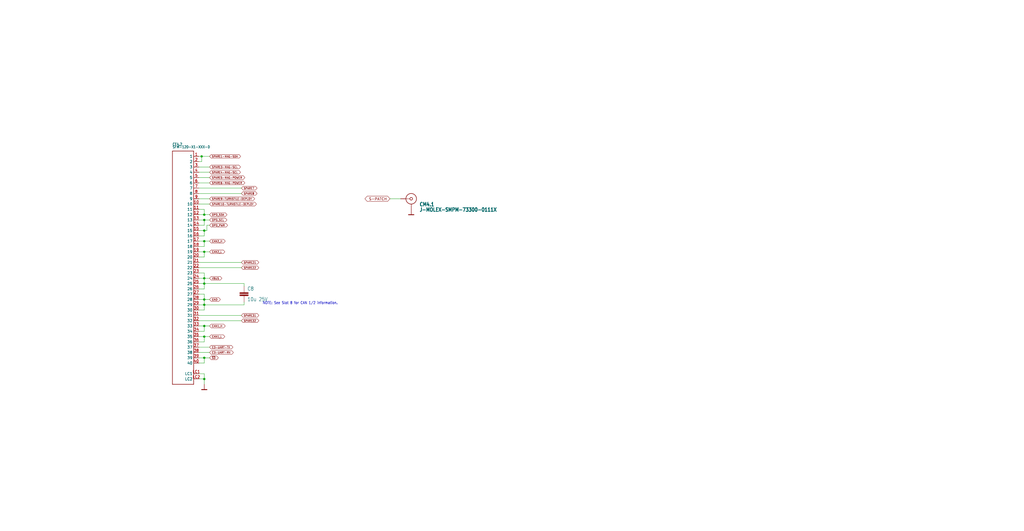
<source format=kicad_sch>
(kicad_sch (version 20211123) (generator eeschema)
  (paper "User" 490.22 254.406)
  (lib_symbols
    (symbol "J-MOLEX-SMPM-73300-0111X:J-MOLEX-SMPM-73300-0111X_1"
      (property "Reference" "CM2.2" (at 3.81 -3.81 0))
      (property "Value" "J-MOLEX-SMPM-73300-0111X_1" (at 3.81 -6.35 0))
      (symbol "J-MOLEX-SMPM-73300-0111X_1_1_0"
        (polyline (pts (xy -2.54 0) (xy -0.635 0)) (stroke (width 0.1524)))
        (circle (center 0 0) (radius 0.635) (stroke (width 0.254)))
        (circle (center 0 0) (radius 2.54) (stroke (width 0.254)))
        (pin passive line (at 0 -5.08 90) (length 2.54) (name "SHIELD1") (number "GND"))
        (pin passive line (at -5.08 0 0) (length 2.54) (name "RF") (number "RF-DOWN"))
      )
    )
    (symbol "oresat0-1u-backplane-eagle-import:C-EU1206-B"
      (property "Reference" "C" (at 1.524 0.381 0))
      (property "Value" "C-EU1206-B" (at 1.524 -4.699 0))
      (symbol "C-EU1206-B_1_0"
        (rectangle (start -2.032 -2.032) (end 2.032 -1.524) (fill (type outline)))
        (rectangle (start -2.032 -1.016) (end 2.032 -0.508) (fill (type outline)))
        (polyline (pts (xy 0 -2.54) (xy 0 -2.032)) (stroke (width 0.1524)))
        (polyline (pts (xy 0 0) (xy 0 -0.508)) (stroke (width 0.1524)))
        (pin passive line (at 0 2.54 270) (length 2.54) (name "1") (number "1"))
        (pin passive line (at 0 -5.08 90) (length 2.54) (name "2") (number "2"))
      )
    )
    (symbol "oresat0-1u-backplane-eagle-import:GND" (power)
      (symbol "GND_1_0"
        (polyline (pts (xy -1.27 -2.54) (xy 1.27 -2.54)) (stroke (width 0.4064)))
        (pin power_in line (at 0 0 270) (length 2.54) (name "GND") (number "1"))
      )
    )
    (symbol "oresat0-1u-backplane-eagle-import:SFM-120-X1-XXX-D"
      (property "Reference" "J" (at -2.54 50.8 0))
      (property "Value" "SFM-120-X1-XXX-D" (at -2.54 49.53 0))
      (symbol "SFM-120-X1-XXX-D_1_0"
        (polyline (pts (xy -2.54 -63.5) (xy -2.54 48.26)) (stroke (width 0.254)))
        (polyline (pts (xy -2.54 48.26) (xy 7.62 48.26)) (stroke (width 0.254)))
        (polyline (pts (xy 7.62 -63.5) (xy -2.54 -63.5)) (stroke (width 0.254)))
        (polyline (pts (xy 7.62 48.26) (xy 7.62 -63.5)) (stroke (width 0.254)))
        (pin passive line (at 10.16 45.72 180) (length 2.54) (name "1") (number "1"))
        (pin passive line (at 10.16 22.86 180) (length 2.54) (name "10") (number "10"))
        (pin passive line (at 10.16 20.32 180) (length 2.54) (name "11") (number "11"))
        (pin passive line (at 10.16 17.78 180) (length 2.54) (name "12") (number "12"))
        (pin passive line (at 10.16 15.24 180) (length 2.54) (name "13") (number "13"))
        (pin passive line (at 10.16 12.7 180) (length 2.54) (name "14") (number "14"))
        (pin passive line (at 10.16 10.16 180) (length 2.54) (name "15") (number "15"))
        (pin passive line (at 10.16 7.62 180) (length 2.54) (name "16") (number "16"))
        (pin passive line (at 10.16 5.08 180) (length 2.54) (name "17") (number "17"))
        (pin passive line (at 10.16 2.54 180) (length 2.54) (name "18") (number "18"))
        (pin passive line (at 10.16 0 180) (length 2.54) (name "19") (number "19"))
        (pin passive line (at 10.16 43.18 180) (length 2.54) (name "2") (number "2"))
        (pin passive line (at 10.16 -2.54 180) (length 2.54) (name "20") (number "20"))
        (pin passive line (at 10.16 -5.08 180) (length 2.54) (name "21") (number "21"))
        (pin passive line (at 10.16 -7.62 180) (length 2.54) (name "22") (number "22"))
        (pin passive line (at 10.16 -10.16 180) (length 2.54) (name "23") (number "23"))
        (pin passive line (at 10.16 -12.7 180) (length 2.54) (name "24") (number "24"))
        (pin passive line (at 10.16 -15.24 180) (length 2.54) (name "25") (number "25"))
        (pin passive line (at 10.16 -17.78 180) (length 2.54) (name "26") (number "26"))
        (pin passive line (at 10.16 -20.32 180) (length 2.54) (name "27") (number "27"))
        (pin passive line (at 10.16 -22.86 180) (length 2.54) (name "28") (number "28"))
        (pin passive line (at 10.16 -25.4 180) (length 2.54) (name "29") (number "29"))
        (pin passive line (at 10.16 40.64 180) (length 2.54) (name "3") (number "3"))
        (pin passive line (at 10.16 -27.94 180) (length 2.54) (name "30") (number "30"))
        (pin passive line (at 10.16 -30.48 180) (length 2.54) (name "31") (number "31"))
        (pin passive line (at 10.16 -33.02 180) (length 2.54) (name "32") (number "32"))
        (pin passive line (at 10.16 -35.56 180) (length 2.54) (name "33") (number "33"))
        (pin passive line (at 10.16 -38.1 180) (length 2.54) (name "34") (number "34"))
        (pin passive line (at 10.16 -40.64 180) (length 2.54) (name "35") (number "35"))
        (pin passive line (at 10.16 -43.18 180) (length 2.54) (name "36") (number "36"))
        (pin passive line (at 10.16 -45.72 180) (length 2.54) (name "37") (number "37"))
        (pin passive line (at 10.16 -48.26 180) (length 2.54) (name "38") (number "38"))
        (pin passive line (at 10.16 -50.8 180) (length 2.54) (name "39") (number "39"))
        (pin passive line (at 10.16 38.1 180) (length 2.54) (name "4") (number "4"))
        (pin passive line (at 10.16 -53.34 180) (length 2.54) (name "40") (number "40"))
        (pin passive line (at 10.16 35.56 180) (length 2.54) (name "5") (number "5"))
        (pin passive line (at 10.16 33.02 180) (length 2.54) (name "6") (number "6"))
        (pin passive line (at 10.16 30.48 180) (length 2.54) (name "7") (number "7"))
        (pin passive line (at 10.16 27.94 180) (length 2.54) (name "8") (number "8"))
        (pin passive line (at 10.16 25.4 180) (length 2.54) (name "9") (number "9"))
        (pin passive line (at 10.16 -58.42 180) (length 2.54) (name "LC1") (number "LC1"))
        (pin passive line (at 10.16 -60.96 180) (length 2.54) (name "LC2") (number "LC2"))
      )
    )
  )
  (junction (at 97.79 161.29))
  (junction (at 97.79 105.41))
  (junction (at 97.79 110.49))
  (junction (at 97.79 156.21))
  (junction (at 97.79 135.89))
  (junction (at 97.79 181.61))
  (junction (at 97.79 171.45))
  (junction (at 97.79 143.51))
  (junction (at 97.79 146.05))
  (junction (at 97.79 120.65))
  (junction (at 97.79 115.57))
  (junction (at 96.52 74.93))
  (junction (at 97.79 102.87))
  (junction (at 97.79 133.35))
  (wire (pts (xy 95.25 130.81) (xy 97.79 130.81)))
  (wire (pts (xy 99.06 107.95) (xy 99.06 110.49)))
  (wire (pts (xy 97.79 105.41) (xy 97.79 107.95)))
  (wire (pts (xy 95.25 148.59) (xy 97.79 148.59)))
  (wire (pts (xy 100.33 102.87) (xy 97.79 102.87)))
  (wire (pts (xy 100.33 161.29) (xy 97.79 161.29)))
  (wire (pts (xy 95.25 166.37) (xy 100.33 166.37)))
  (wire (pts (xy 95.25 77.47) (xy 96.52 77.47)))
  (wire (pts (xy 97.79 161.29) (xy 95.25 161.29)))
  (wire (pts (xy 116.84 146.05) (xy 116.84 144.78)))
  (wire (pts (xy 116.84 135.89) (xy 116.84 137.16)))
  (wire (pts (xy 95.25 179.07) (xy 97.79 179.07)))
  (wire (pts (xy 97.79 179.07) (xy 97.79 181.61)))
  (wire (pts (xy 97.79 181.61) (xy 97.79 184.15)))
  (wire (pts (xy 97.79 173.99) (xy 97.79 171.45)))
  (wire (pts (xy 95.25 168.91) (xy 100.33 168.91)))
  (wire (pts (xy 95.25 143.51) (xy 97.79 143.51)))
  (wire (pts (xy 97.79 146.05) (xy 116.84 146.05)))
  (wire (pts (xy 97.79 146.05) (xy 95.25 146.05)))
  (wire (pts (xy 95.25 118.11) (xy 97.79 118.11)))
  (wire (pts (xy 97.79 102.87) (xy 97.79 100.33)))
  (wire (pts (xy 97.79 163.83) (xy 97.79 161.29)))
  (wire (pts (xy 100.33 115.57) (xy 97.79 115.57)))
  (wire (pts (xy 95.25 92.71) (xy 115.57 92.71)))
  (wire (pts (xy 191.77 95.25) (xy 186.69 95.25)))
  (wire (pts (xy 95.25 105.41) (xy 97.79 105.41)))
  (wire (pts (xy 95.25 153.67) (xy 115.57 153.67)))
  (wire (pts (xy 95.25 82.55) (xy 100.33 82.55)))
  (wire (pts (xy 96.52 74.93) (xy 100.33 74.93)))
  (wire (pts (xy 100.33 133.35) (xy 97.79 133.35)))
  (wire (pts (xy 97.79 135.89) (xy 116.84 135.89)))
  (wire (pts (xy 97.79 113.03) (xy 97.79 110.49)))
  (wire (pts (xy 100.33 120.65) (xy 97.79 120.65)))
  (wire (pts (xy 96.52 77.47) (xy 96.52 74.93)))
  (wire (pts (xy 97.79 171.45) (xy 95.25 171.45)))
  (wire (pts (xy 95.25 102.87) (xy 97.79 102.87)))
  (wire (pts (xy 95.25 74.93) (xy 96.52 74.93)))
  (wire (pts (xy 95.25 151.13) (xy 115.57 151.13)))
  (wire (pts (xy 97.79 135.89) (xy 97.79 138.43)))
  (wire (pts (xy 100.33 107.95) (xy 99.06 107.95)))
  (wire (pts (xy 95.25 163.83) (xy 97.79 163.83)))
  (wire (pts (xy 97.79 120.65) (xy 95.25 120.65)))
  (wire (pts (xy 97.79 138.43) (xy 95.25 138.43)))
  (wire (pts (xy 97.79 133.35) (xy 97.79 135.89)))
  (wire (pts (xy 97.79 158.75) (xy 97.79 156.21)))
  (wire (pts (xy 95.25 140.97) (xy 97.79 140.97)))
  (wire (pts (xy 99.06 110.49) (xy 97.79 110.49)))
  (wire (pts (xy 97.79 115.57) (xy 97.79 118.11)))
  (wire (pts (xy 95.25 80.01) (xy 100.33 80.01)))
  (wire (pts (xy 95.25 113.03) (xy 97.79 113.03)))
  (wire (pts (xy 97.79 110.49) (xy 95.25 110.49)))
  (wire (pts (xy 95.25 87.63) (xy 100.33 87.63)))
  (wire (pts (xy 95.25 128.27) (xy 115.57 128.27)))
  (wire (pts (xy 95.25 90.17) (xy 115.57 90.17)))
  (wire (pts (xy 95.25 123.19) (xy 97.79 123.19)))
  (wire (pts (xy 95.25 181.61) (xy 97.79 181.61)))
  (wire (pts (xy 95.25 125.73) (xy 115.57 125.73)))
  (wire (pts (xy 97.79 135.89) (xy 95.25 135.89)))
  (wire (pts (xy 95.25 173.99) (xy 97.79 173.99)))
  (wire (pts (xy 97.79 100.33) (xy 95.25 100.33)))
  (wire (pts (xy 97.79 115.57) (xy 95.25 115.57)))
  (wire (pts (xy 100.33 143.51) (xy 97.79 143.51)))
  (wire (pts (xy 95.25 95.25) (xy 100.33 95.25)))
  (wire (pts (xy 95.25 85.09) (xy 100.33 85.09)))
  (wire (pts (xy 97.79 120.65) (xy 97.79 123.19)))
  (wire (pts (xy 97.79 130.81) (xy 97.79 133.35)))
  (wire (pts (xy 97.79 105.41) (xy 100.33 105.41)))
  (wire (pts (xy 97.79 148.59) (xy 97.79 146.05)))
  (wire (pts (xy 97.79 133.35) (xy 95.25 133.35)))
  (wire (pts (xy 97.79 143.51) (xy 97.79 146.05)))
  (wire (pts (xy 97.79 156.21) (xy 95.25 156.21)))
  (wire (pts (xy 100.33 156.21) (xy 97.79 156.21)))
  (wire (pts (xy 97.79 140.97) (xy 97.79 143.51)))
  (wire (pts (xy 95.25 97.79) (xy 100.33 97.79)))
  (wire (pts (xy 100.33 171.45) (xy 97.79 171.45)))
  (wire (pts (xy 95.25 158.75) (xy 97.79 158.75)))
  (wire (pts (xy 97.79 107.95) (xy 95.25 107.95)))
  (text "NOTE: See Slot 8 for CAN 1/2 information." (at 125.73 146.05 180) (effects (font (size 1.27 1.0795)) (justify left bottom)))
  (global_label "SPARE8" (shape bidirectional) (at 115.57 92.71 0) (effects (font (size 0.889 0.889))) (property "Intersheet References" "${INTERSHEET_REFS}" (effects hide)))
  (global_label "SPARE4-MAG-SCL" (shape bidirectional) (at 100.33 82.55 0) (effects (font (size 0.889 0.889))) (property "Intersheet References" "${INTERSHEET_REFS}" (effects hide)))
  (global_label "SPARE32" (shape bidirectional) (at 115.57 153.67 0) (effects (font (size 0.889 0.889))) (property "Intersheet References" "${INTERSHEET_REFS}" (effects hide)))
  (global_label "OPD_SCL" (shape bidirectional) (at 100.33 105.41 0) (effects (font (size 0.889 0.889))) (property "Intersheet References" "${INTERSHEET_REFS}" (effects hide)))
  (global_label "C3-UART-TX" (shape bidirectional) (at 100.33 166.37 0) (effects (font (size 0.889 0.889))) (property "Intersheet References" "${INTERSHEET_REFS}" (effects hide)))
  (global_label "C3-UART-RX" (shape bidirectional) (at 100.33 168.91 0) (effects (font (size 0.889 0.889))) (property "Intersheet References" "${INTERSHEET_REFS}" (effects hide)))
  (global_label "SPARE21" (shape bidirectional) (at 115.57 125.73 0) (effects (font (size 0.889 0.889))) (property "Intersheet References" "${INTERSHEET_REFS}" (effects hide)))
  (global_label "CAN1_H" (shape bidirectional) (at 100.33 156.21 0) (effects (font (size 0.889 0.889))) (property "Intersheet References" "${INTERSHEET_REFS}" (effects hide)))
  (global_label "~{SD}" (shape bidirectional) (at 100.33 171.45 0) (effects (font (size 0.889 0.889))) (property "Intersheet References" "${INTERSHEET_REFS}" (effects hide)))
  (global_label "CAN2_H" (shape bidirectional) (at 100.33 115.57 0) (effects (font (size 0.889 0.889))) (property "Intersheet References" "${INTERSHEET_REFS}" (effects hide)))
  (global_label "SPARE7" (shape bidirectional) (at 115.57 90.17 0) (effects (font (size 0.889 0.889))) (property "Intersheet References" "${INTERSHEET_REFS}" (effects hide)))
  (global_label "SPARE22" (shape bidirectional) (at 115.57 128.27 0) (effects (font (size 0.889 0.889))) (property "Intersheet References" "${INTERSHEET_REFS}" (effects hide)))
  (global_label "SPARE3-MAG-SCL" (shape bidirectional) (at 100.33 80.01 0) (effects (font (size 0.889 0.889))) (property "Intersheet References" "${INTERSHEET_REFS}" (effects hide)))
  (global_label "SPARE6-MAG-POWER" (shape bidirectional) (at 100.33 87.63 0) (effects (font (size 0.889 0.889))) (property "Intersheet References" "${INTERSHEET_REFS}" (effects hide)))
  (global_label "SPARE31" (shape bidirectional) (at 115.57 151.13 0) (effects (font (size 0.889 0.889))) (property "Intersheet References" "${INTERSHEET_REFS}" (effects hide)))
  (global_label "VBUS" (shape bidirectional) (at 100.33 133.35 0) (effects (font (size 0.889 0.889))) (property "Intersheet References" "${INTERSHEET_REFS}" (effects hide)))
  (global_label "CAN2_L" (shape bidirectional) (at 100.33 120.65 0) (effects (font (size 0.889 0.889))) (property "Intersheet References" "${INTERSHEET_REFS}" (effects hide)))
  (global_label "SPARE1-MAG-SDA" (shape bidirectional) (at 100.33 74.93 0) (effects (font (size 0.889 0.889))) (property "Intersheet References" "${INTERSHEET_REFS}" (effects hide)))
  (global_label "SPARE10-TURNSTILE-DEPLOY" (shape bidirectional) (at 100.33 97.79 0) (effects (font (size 0.889 0.889))) (property "Intersheet References" "${INTERSHEET_REFS}" (effects hide)))
  (global_label "OPD_PWR" (shape bidirectional) (at 100.33 107.95 0) (effects (font (size 0.889 0.889))) (property "Intersheet References" "${INTERSHEET_REFS}" (effects hide)))
  (global_label "CAN1_L" (shape bidirectional) (at 100.33 161.29 0) (effects (font (size 0.889 0.889))) (property "Intersheet References" "${INTERSHEET_REFS}" (effects hide)))
  (global_label "S-PATCH" (shape bidirectional) (at 186.69 95.25 180) (effects (font (size 1.2446 1.2446))) (property "Intersheet References" "${INTERSHEET_REFS}" (effects hide)))
  (global_label "SPARE5-MAG-POWER" (shape bidirectional) (at 100.33 85.09 0) (effects (font (size 0.889 0.889))) (property "Intersheet References" "${INTERSHEET_REFS}" (effects hide)))
  (global_label "GND" (shape bidirectional) (at 100.33 143.51 0) (effects (font (size 0.889 0.889))) (property "Intersheet References" "${INTERSHEET_REFS}" (effects hide)))
  (global_label "OPD_SDA" (shape bidirectional) (at 100.33 102.87 0) (effects (font (size 0.889 0.889))) (property "Intersheet References" "${INTERSHEET_REFS}" (effects hide)))
  (global_label "SPARE9-TURNSTILE-DEPLOY" (shape bidirectional) (at 100.33 95.25 0) (effects (font (size 0.889 0.889))) (property "Intersheet References" "${INTERSHEET_REFS}" (effects hide)))
  (symbol (lib_id "oresat0-1u-backplane-eagle-import:SFM-120-X1-XXX-D") (at 85.09 120.65 0) (unit 1)
    (property "Reference" "CF4.2" (at 82.55 69.85 0) (effects (font (size 1.27 1.0795)) (justify left bottom)))
    (property "Value" "SFM-120-X1-XXX-D" (at 82.55 71.12 0) (effects (font (size 1.27 1.0795)) (justify left bottom)))
    (property "Footprint" "oresat0-1u-backplane:SFM-120-X1-XXX-D" (effects hide))
  )
  (symbol (lib_id "J-MOLEX-SMPM-73300-0111X:J-MOLEX-SMPM-73300-0111X_1") (at 196.85 95.25 0) (unit 1)
    (property "Reference" "CM4.1" (at 200.66 99.06 0) (effects (font (size 1.778 1.5113) bold) (justify left bottom)))
    (property "Value" "J-MOLEX-SMPM-73300-0111X" (at 200.66 101.6 0) (effects (font (size 1.778 1.5113) bold) (justify left bottom)))
    (property "Footprint" "oresat-footprints:J-MOLEX-SMPM-73300-0111X-long" (effects hide))
  )
  (symbol (lib_id "oresat0-1u-backplane-eagle-import:C-EU1206-B") (at 116.84 139.7 0) (unit 1)
    (property "Reference" "C8" (at 118.364 139.319 0) (effects (font (size 1.778 1.5113)) (justify left bottom)))
    (property "Value" "10u 25V" (at 118.364 144.399 0) (effects (font (size 1.778 1.5113)) (justify left bottom)))
    (property "Footprint" "oresat0-1u-backplane:1206-B" (effects hide))
  )
  (symbol (lib_id "oresat0-1u-backplane-eagle-import:GND") (at 97.79 184.15 0) (unit 1)
    (property "Reference" "#GND097" (effects hide))
    (property "Value" "GND" (effects hide))
    (property "Footprint" "oresat0-1u-backplane:" (effects hide))
  )
  (symbol (lib_id "oresat0-1u-backplane-eagle-import:GND") (at 196.85 100.33 0) (unit 1)
    (property "Reference" "#GND05" (effects hide))
    (property "Value" "GND" (effects hide))
    (property "Footprint" "oresat0-1u-backplane:" (effects hide))
  )
)
</source>
